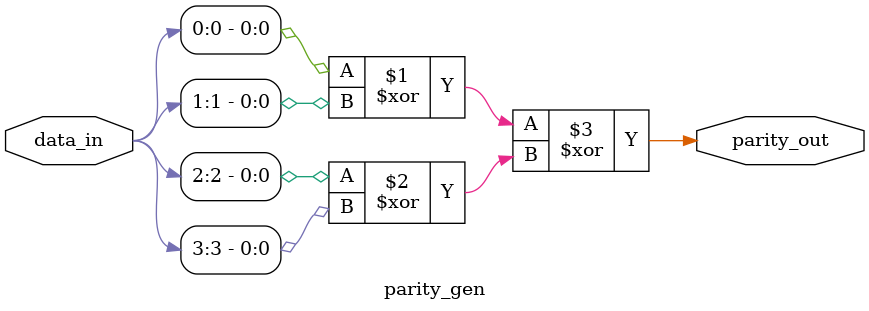
<source format=v>
`timescale 1ns / 1ps


//////////////////////////////////////////////////////////////////////////////////


module parity_gen(
    input [3:0]data_in ,
    output parity_out
    );
    
assign parity_out = (data_in[0]^ data_in[1])^ (data_in[2]^ data_in[3]);

endmodule

</source>
